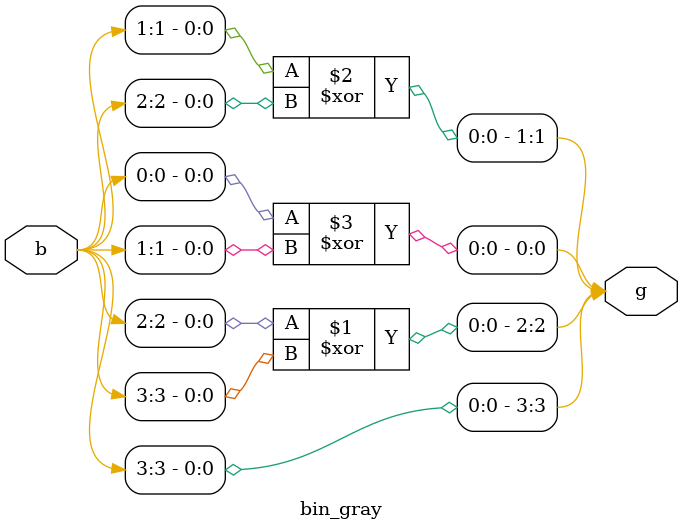
<source format=v>
`timescale 1ns / 1ps


module bin_gray(b,g);
input [3:0]b;
output [3:0]g;

buf u3(g[3],b[3]);
xor u0(g[2],b[2],b[3]);
xor u1(g[1],b[1],b[2]);
xor u2(g[0],b[0],b[1]);
	    
endmodule
</source>
